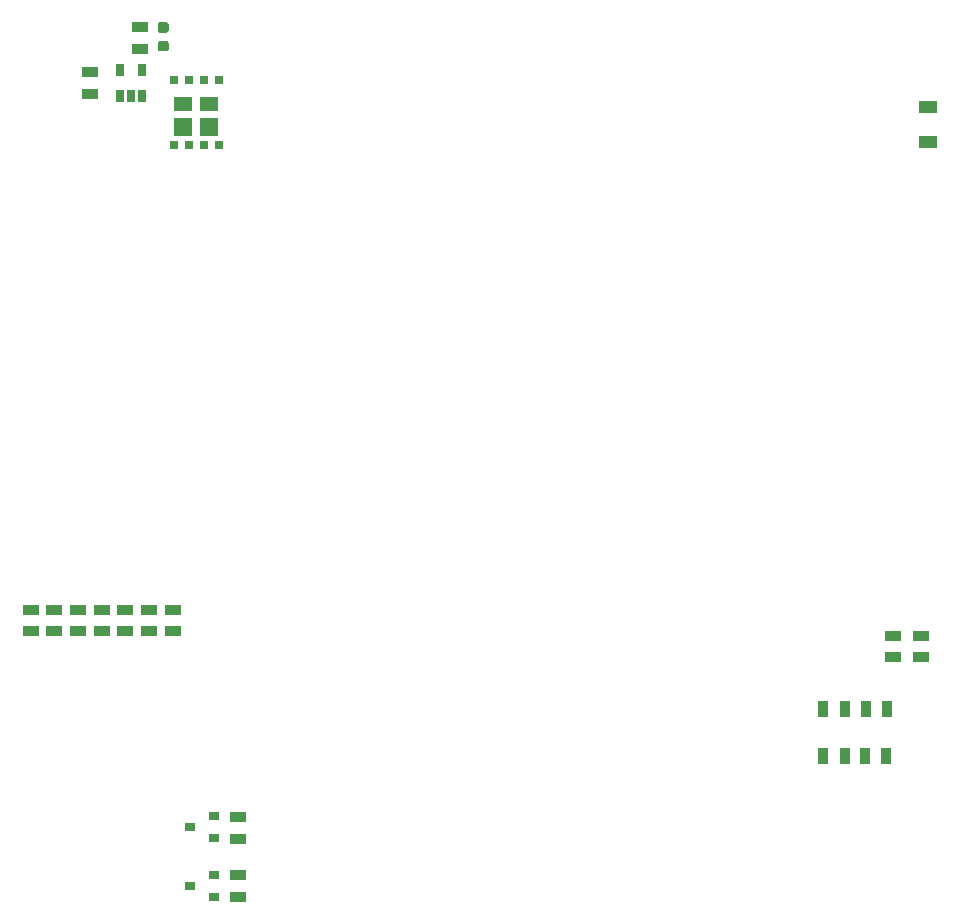
<source format=gtp>
G04 #@! TF.GenerationSoftware,KiCad,Pcbnew,5.1.4+dfsg1-1*
G04 #@! TF.CreationDate,2020-08-20T21:45:12-05:00*
G04 #@! TF.ProjectId,HotBox,486f7442-6f78-42e6-9b69-6361645f7063,rev?*
G04 #@! TF.SameCoordinates,Original*
G04 #@! TF.FileFunction,Paste,Top*
G04 #@! TF.FilePolarity,Positive*
%FSLAX46Y46*%
G04 Gerber Fmt 4.6, Leading zero omitted, Abs format (unit mm)*
G04 Created by KiCad (PCBNEW 5.1.4+dfsg1-1) date 2020-08-20 21:45:12*
%MOMM*%
%LPD*%
G04 APERTURE LIST*
%ADD10R,1.600000X1.070000*%
%ADD11R,0.700000X0.800000*%
%ADD12R,1.550000X1.600000*%
%ADD13R,1.550000X1.200000*%
%ADD14R,0.650000X1.060000*%
%ADD15R,0.850000X1.350000*%
%ADD16R,1.350000X0.850000*%
%ADD17R,0.900000X0.800000*%
%ADD18C,0.100000*%
%ADD19C,0.875000*%
G04 APERTURE END LIST*
D10*
X181873000Y-70333000D03*
X181873000Y-67363000D03*
D11*
X121783000Y-65083000D03*
X120513000Y-65083000D03*
X119233000Y-65083000D03*
X117963000Y-65083000D03*
X117963000Y-70583000D03*
X119233000Y-70583000D03*
X120513000Y-70583000D03*
X121783000Y-70583000D03*
D12*
X120963000Y-69083000D03*
X118783000Y-69083000D03*
D13*
X120963000Y-67083000D03*
X118783000Y-67083000D03*
D14*
X113423000Y-66433000D03*
X114373000Y-66433000D03*
X115323000Y-66433000D03*
X115323000Y-64233000D03*
X113423000Y-64233000D03*
D15*
X178378000Y-118333000D03*
X176568000Y-118333000D03*
D16*
X110873000Y-66238000D03*
X110873000Y-64428000D03*
D15*
X178278000Y-122333000D03*
X176468000Y-122333000D03*
D17*
X119373000Y-133333000D03*
X121373000Y-132383000D03*
X121373000Y-134283000D03*
X121373000Y-129283000D03*
X121373000Y-127383000D03*
X119373000Y-128333000D03*
D16*
X123373000Y-127523000D03*
X123373000Y-129333000D03*
D15*
X174778000Y-118333000D03*
X172968000Y-118333000D03*
D16*
X123373000Y-134238000D03*
X123373000Y-132428000D03*
D15*
X174778000Y-122333000D03*
X172968000Y-122333000D03*
D16*
X105873000Y-109928000D03*
X105873000Y-111738000D03*
X107873000Y-111738000D03*
X107873000Y-109928000D03*
X109873000Y-109928000D03*
X109873000Y-111738000D03*
X111873000Y-111738000D03*
X111873000Y-109928000D03*
X113873000Y-109928000D03*
X113873000Y-111738000D03*
X115873000Y-111738000D03*
X115873000Y-109928000D03*
X117873000Y-109928000D03*
X117873000Y-111738000D03*
X181273000Y-112133000D03*
X181273000Y-113943000D03*
X178873000Y-113938000D03*
X178873000Y-112128000D03*
D18*
G36*
X117350691Y-61784053D02*
G01*
X117371926Y-61787203D01*
X117392750Y-61792419D01*
X117412962Y-61799651D01*
X117432368Y-61808830D01*
X117450781Y-61819866D01*
X117468024Y-61832654D01*
X117483930Y-61847070D01*
X117498346Y-61862976D01*
X117511134Y-61880219D01*
X117522170Y-61898632D01*
X117531349Y-61918038D01*
X117538581Y-61938250D01*
X117543797Y-61959074D01*
X117546947Y-61980309D01*
X117548000Y-62001750D01*
X117548000Y-62439250D01*
X117546947Y-62460691D01*
X117543797Y-62481926D01*
X117538581Y-62502750D01*
X117531349Y-62522962D01*
X117522170Y-62542368D01*
X117511134Y-62560781D01*
X117498346Y-62578024D01*
X117483930Y-62593930D01*
X117468024Y-62608346D01*
X117450781Y-62621134D01*
X117432368Y-62632170D01*
X117412962Y-62641349D01*
X117392750Y-62648581D01*
X117371926Y-62653797D01*
X117350691Y-62656947D01*
X117329250Y-62658000D01*
X116816750Y-62658000D01*
X116795309Y-62656947D01*
X116774074Y-62653797D01*
X116753250Y-62648581D01*
X116733038Y-62641349D01*
X116713632Y-62632170D01*
X116695219Y-62621134D01*
X116677976Y-62608346D01*
X116662070Y-62593930D01*
X116647654Y-62578024D01*
X116634866Y-62560781D01*
X116623830Y-62542368D01*
X116614651Y-62522962D01*
X116607419Y-62502750D01*
X116602203Y-62481926D01*
X116599053Y-62460691D01*
X116598000Y-62439250D01*
X116598000Y-62001750D01*
X116599053Y-61980309D01*
X116602203Y-61959074D01*
X116607419Y-61938250D01*
X116614651Y-61918038D01*
X116623830Y-61898632D01*
X116634866Y-61880219D01*
X116647654Y-61862976D01*
X116662070Y-61847070D01*
X116677976Y-61832654D01*
X116695219Y-61819866D01*
X116713632Y-61808830D01*
X116733038Y-61799651D01*
X116753250Y-61792419D01*
X116774074Y-61787203D01*
X116795309Y-61784053D01*
X116816750Y-61783000D01*
X117329250Y-61783000D01*
X117350691Y-61784053D01*
X117350691Y-61784053D01*
G37*
D19*
X117073000Y-62220500D03*
D18*
G36*
X117350691Y-60209053D02*
G01*
X117371926Y-60212203D01*
X117392750Y-60217419D01*
X117412962Y-60224651D01*
X117432368Y-60233830D01*
X117450781Y-60244866D01*
X117468024Y-60257654D01*
X117483930Y-60272070D01*
X117498346Y-60287976D01*
X117511134Y-60305219D01*
X117522170Y-60323632D01*
X117531349Y-60343038D01*
X117538581Y-60363250D01*
X117543797Y-60384074D01*
X117546947Y-60405309D01*
X117548000Y-60426750D01*
X117548000Y-60864250D01*
X117546947Y-60885691D01*
X117543797Y-60906926D01*
X117538581Y-60927750D01*
X117531349Y-60947962D01*
X117522170Y-60967368D01*
X117511134Y-60985781D01*
X117498346Y-61003024D01*
X117483930Y-61018930D01*
X117468024Y-61033346D01*
X117450781Y-61046134D01*
X117432368Y-61057170D01*
X117412962Y-61066349D01*
X117392750Y-61073581D01*
X117371926Y-61078797D01*
X117350691Y-61081947D01*
X117329250Y-61083000D01*
X116816750Y-61083000D01*
X116795309Y-61081947D01*
X116774074Y-61078797D01*
X116753250Y-61073581D01*
X116733038Y-61066349D01*
X116713632Y-61057170D01*
X116695219Y-61046134D01*
X116677976Y-61033346D01*
X116662070Y-61018930D01*
X116647654Y-61003024D01*
X116634866Y-60985781D01*
X116623830Y-60967368D01*
X116614651Y-60947962D01*
X116607419Y-60927750D01*
X116602203Y-60906926D01*
X116599053Y-60885691D01*
X116598000Y-60864250D01*
X116598000Y-60426750D01*
X116599053Y-60405309D01*
X116602203Y-60384074D01*
X116607419Y-60363250D01*
X116614651Y-60343038D01*
X116623830Y-60323632D01*
X116634866Y-60305219D01*
X116647654Y-60287976D01*
X116662070Y-60272070D01*
X116677976Y-60257654D01*
X116695219Y-60244866D01*
X116713632Y-60233830D01*
X116733038Y-60224651D01*
X116753250Y-60217419D01*
X116774074Y-60212203D01*
X116795309Y-60209053D01*
X116816750Y-60208000D01*
X117329250Y-60208000D01*
X117350691Y-60209053D01*
X117350691Y-60209053D01*
G37*
D19*
X117073000Y-60645500D03*
D16*
X115073000Y-62438000D03*
X115073000Y-60628000D03*
M02*

</source>
